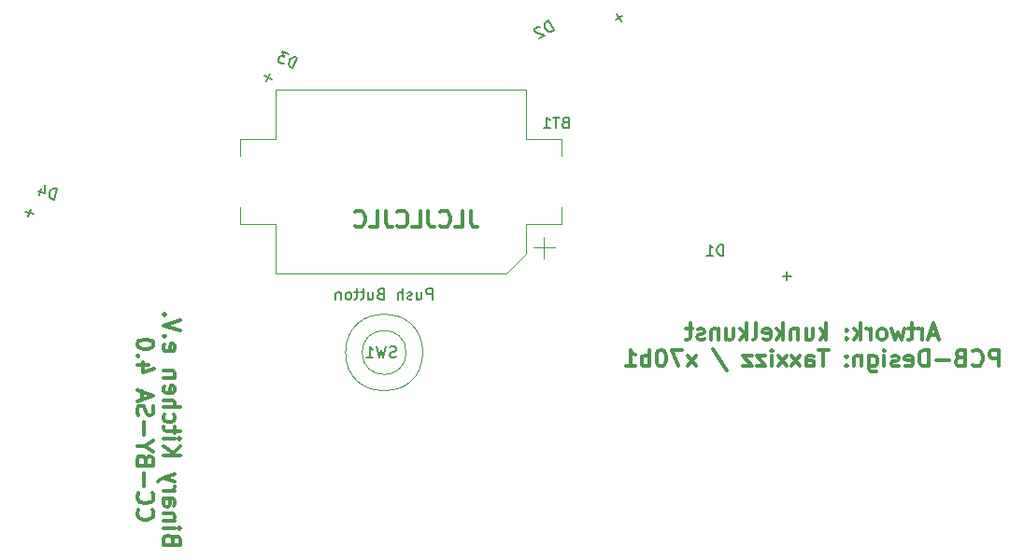
<source format=gbr>
%TF.GenerationSoftware,KiCad,Pcbnew,6.0.7-f9a2dced07~116~ubuntu20.04.1*%
%TF.CreationDate,2022-09-11T18:48:07+02:00*%
%TF.ProjectId,demoDino,64656d6f-4469-46e6-9f2e-6b696361645f,rev?*%
%TF.SameCoordinates,Original*%
%TF.FileFunction,Legend,Bot*%
%TF.FilePolarity,Positive*%
%FSLAX46Y46*%
G04 Gerber Fmt 4.6, Leading zero omitted, Abs format (unit mm)*
G04 Created by KiCad (PCBNEW 6.0.7-f9a2dced07~116~ubuntu20.04.1) date 2022-09-11 18:48:07*
%MOMM*%
%LPD*%
G01*
G04 APERTURE LIST*
%ADD10C,0.300000*%
%ADD11C,0.150000*%
%ADD12C,0.120000*%
G04 APERTURE END LIST*
D10*
X64314642Y-102464285D02*
X64243214Y-102250000D01*
X64171785Y-102178571D01*
X64028928Y-102107142D01*
X63814642Y-102107142D01*
X63671785Y-102178571D01*
X63600357Y-102250000D01*
X63528928Y-102392857D01*
X63528928Y-102964285D01*
X65028928Y-102964285D01*
X65028928Y-102464285D01*
X64957500Y-102321428D01*
X64886071Y-102250000D01*
X64743214Y-102178571D01*
X64600357Y-102178571D01*
X64457500Y-102250000D01*
X64386071Y-102321428D01*
X64314642Y-102464285D01*
X64314642Y-102964285D01*
X63528928Y-101464285D02*
X64528928Y-101464285D01*
X65028928Y-101464285D02*
X64957500Y-101535714D01*
X64886071Y-101464285D01*
X64957500Y-101392857D01*
X65028928Y-101464285D01*
X64886071Y-101464285D01*
X64528928Y-100750000D02*
X63528928Y-100750000D01*
X64386071Y-100750000D02*
X64457500Y-100678571D01*
X64528928Y-100535714D01*
X64528928Y-100321428D01*
X64457500Y-100178571D01*
X64314642Y-100107142D01*
X63528928Y-100107142D01*
X63528928Y-98750000D02*
X64314642Y-98750000D01*
X64457500Y-98821428D01*
X64528928Y-98964285D01*
X64528928Y-99250000D01*
X64457500Y-99392857D01*
X63600357Y-98750000D02*
X63528928Y-98892857D01*
X63528928Y-99250000D01*
X63600357Y-99392857D01*
X63743214Y-99464285D01*
X63886071Y-99464285D01*
X64028928Y-99392857D01*
X64100357Y-99250000D01*
X64100357Y-98892857D01*
X64171785Y-98750000D01*
X63528928Y-98035714D02*
X64528928Y-98035714D01*
X64243214Y-98035714D02*
X64386071Y-97964285D01*
X64457500Y-97892857D01*
X64528928Y-97750000D01*
X64528928Y-97607142D01*
X64528928Y-97250000D02*
X63528928Y-96892857D01*
X64528928Y-96535714D02*
X63528928Y-96892857D01*
X63171785Y-97035714D01*
X63100357Y-97107142D01*
X63028928Y-97250000D01*
X63528928Y-94821428D02*
X65028928Y-94821428D01*
X63528928Y-93964285D02*
X64386071Y-94607142D01*
X65028928Y-93964285D02*
X64171785Y-94821428D01*
X63528928Y-93321428D02*
X64528928Y-93321428D01*
X65028928Y-93321428D02*
X64957500Y-93392857D01*
X64886071Y-93321428D01*
X64957500Y-93250000D01*
X65028928Y-93321428D01*
X64886071Y-93321428D01*
X64528928Y-92821428D02*
X64528928Y-92250000D01*
X65028928Y-92607142D02*
X63743214Y-92607142D01*
X63600357Y-92535714D01*
X63528928Y-92392857D01*
X63528928Y-92250000D01*
X63600357Y-91107142D02*
X63528928Y-91250000D01*
X63528928Y-91535714D01*
X63600357Y-91678571D01*
X63671785Y-91750000D01*
X63814642Y-91821428D01*
X64243214Y-91821428D01*
X64386071Y-91750000D01*
X64457500Y-91678571D01*
X64528928Y-91535714D01*
X64528928Y-91250000D01*
X64457500Y-91107142D01*
X63528928Y-90464285D02*
X65028928Y-90464285D01*
X63528928Y-89821428D02*
X64314642Y-89821428D01*
X64457500Y-89892857D01*
X64528928Y-90035714D01*
X64528928Y-90250000D01*
X64457500Y-90392857D01*
X64386071Y-90464285D01*
X63600357Y-88535714D02*
X63528928Y-88678571D01*
X63528928Y-88964285D01*
X63600357Y-89107142D01*
X63743214Y-89178571D01*
X64314642Y-89178571D01*
X64457500Y-89107142D01*
X64528928Y-88964285D01*
X64528928Y-88678571D01*
X64457500Y-88535714D01*
X64314642Y-88464285D01*
X64171785Y-88464285D01*
X64028928Y-89178571D01*
X64528928Y-87821428D02*
X63528928Y-87821428D01*
X64386071Y-87821428D02*
X64457500Y-87750000D01*
X64528928Y-87607142D01*
X64528928Y-87392857D01*
X64457500Y-87250000D01*
X64314642Y-87178571D01*
X63528928Y-87178571D01*
X63600357Y-84750000D02*
X63528928Y-84892857D01*
X63528928Y-85178571D01*
X63600357Y-85321428D01*
X63743214Y-85392857D01*
X64314642Y-85392857D01*
X64457500Y-85321428D01*
X64528928Y-85178571D01*
X64528928Y-84892857D01*
X64457500Y-84750000D01*
X64314642Y-84678571D01*
X64171785Y-84678571D01*
X64028928Y-85392857D01*
X63671785Y-84035714D02*
X63600357Y-83964285D01*
X63528928Y-84035714D01*
X63600357Y-84107142D01*
X63671785Y-84035714D01*
X63528928Y-84035714D01*
X65028928Y-83535714D02*
X63528928Y-83035714D01*
X65028928Y-82535714D01*
X63671785Y-82035714D02*
X63600357Y-81964285D01*
X63528928Y-82035714D01*
X63600357Y-82107142D01*
X63671785Y-82035714D01*
X63528928Y-82035714D01*
X61256785Y-99750000D02*
X61185357Y-99821428D01*
X61113928Y-100035714D01*
X61113928Y-100178571D01*
X61185357Y-100392857D01*
X61328214Y-100535714D01*
X61471071Y-100607142D01*
X61756785Y-100678571D01*
X61971071Y-100678571D01*
X62256785Y-100607142D01*
X62399642Y-100535714D01*
X62542500Y-100392857D01*
X62613928Y-100178571D01*
X62613928Y-100035714D01*
X62542500Y-99821428D01*
X62471071Y-99750000D01*
X61256785Y-98250000D02*
X61185357Y-98321428D01*
X61113928Y-98535714D01*
X61113928Y-98678571D01*
X61185357Y-98892857D01*
X61328214Y-99035714D01*
X61471071Y-99107142D01*
X61756785Y-99178571D01*
X61971071Y-99178571D01*
X62256785Y-99107142D01*
X62399642Y-99035714D01*
X62542500Y-98892857D01*
X62613928Y-98678571D01*
X62613928Y-98535714D01*
X62542500Y-98321428D01*
X62471071Y-98250000D01*
X61685357Y-97607142D02*
X61685357Y-96464285D01*
X61899642Y-95250000D02*
X61828214Y-95035714D01*
X61756785Y-94964285D01*
X61613928Y-94892857D01*
X61399642Y-94892857D01*
X61256785Y-94964285D01*
X61185357Y-95035714D01*
X61113928Y-95178571D01*
X61113928Y-95750000D01*
X62613928Y-95750000D01*
X62613928Y-95250000D01*
X62542500Y-95107142D01*
X62471071Y-95035714D01*
X62328214Y-94964285D01*
X62185357Y-94964285D01*
X62042500Y-95035714D01*
X61971071Y-95107142D01*
X61899642Y-95250000D01*
X61899642Y-95750000D01*
X61828214Y-93964285D02*
X61113928Y-93964285D01*
X62613928Y-94464285D02*
X61828214Y-93964285D01*
X62613928Y-93464285D01*
X61685357Y-92964285D02*
X61685357Y-91821428D01*
X61185357Y-91178571D02*
X61113928Y-90964285D01*
X61113928Y-90607142D01*
X61185357Y-90464285D01*
X61256785Y-90392857D01*
X61399642Y-90321428D01*
X61542500Y-90321428D01*
X61685357Y-90392857D01*
X61756785Y-90464285D01*
X61828214Y-90607142D01*
X61899642Y-90892857D01*
X61971071Y-91035714D01*
X62042500Y-91107142D01*
X62185357Y-91178571D01*
X62328214Y-91178571D01*
X62471071Y-91107142D01*
X62542500Y-91035714D01*
X62613928Y-90892857D01*
X62613928Y-90535714D01*
X62542500Y-90321428D01*
X61542500Y-89750000D02*
X61542500Y-89035714D01*
X61113928Y-89892857D02*
X62613928Y-89392857D01*
X61113928Y-88892857D01*
X62113928Y-86607142D02*
X61113928Y-86607142D01*
X62685357Y-86964285D02*
X61613928Y-87321428D01*
X61613928Y-86392857D01*
X61256785Y-85821428D02*
X61185357Y-85750000D01*
X61113928Y-85821428D01*
X61185357Y-85892857D01*
X61256785Y-85821428D01*
X61113928Y-85821428D01*
X62613928Y-84821428D02*
X62613928Y-84678571D01*
X62542500Y-84535714D01*
X62471071Y-84464285D01*
X62328214Y-84392857D01*
X62042500Y-84321428D01*
X61685357Y-84321428D01*
X61399642Y-84392857D01*
X61256785Y-84464285D01*
X61185357Y-84535714D01*
X61113928Y-84678571D01*
X61113928Y-84821428D01*
X61185357Y-84964285D01*
X61256785Y-85035714D01*
X61399642Y-85107142D01*
X61685357Y-85178571D01*
X62042500Y-85178571D01*
X62328214Y-85107142D01*
X62471071Y-85035714D01*
X62542500Y-84964285D01*
X62613928Y-84821428D01*
X133641428Y-83912500D02*
X132927142Y-83912500D01*
X133784285Y-84341071D02*
X133284285Y-82841071D01*
X132784285Y-84341071D01*
X132284285Y-84341071D02*
X132284285Y-83341071D01*
X132284285Y-83626785D02*
X132212857Y-83483928D01*
X132141428Y-83412500D01*
X131998571Y-83341071D01*
X131855714Y-83341071D01*
X131570000Y-83341071D02*
X130998571Y-83341071D01*
X131355714Y-82841071D02*
X131355714Y-84126785D01*
X131284285Y-84269642D01*
X131141428Y-84341071D01*
X130998571Y-84341071D01*
X130641428Y-83341071D02*
X130355714Y-84341071D01*
X130069999Y-83626785D01*
X129784285Y-84341071D01*
X129498571Y-83341071D01*
X128712857Y-84341071D02*
X128855714Y-84269642D01*
X128927142Y-84198214D01*
X128998571Y-84055357D01*
X128998571Y-83626785D01*
X128927142Y-83483928D01*
X128855714Y-83412500D01*
X128712857Y-83341071D01*
X128498571Y-83341071D01*
X128355714Y-83412500D01*
X128284285Y-83483928D01*
X128212857Y-83626785D01*
X128212857Y-84055357D01*
X128284285Y-84198214D01*
X128355714Y-84269642D01*
X128498571Y-84341071D01*
X128712857Y-84341071D01*
X127569999Y-84341071D02*
X127569999Y-83341071D01*
X127569999Y-83626785D02*
X127498571Y-83483928D01*
X127427142Y-83412500D01*
X127284285Y-83341071D01*
X127141428Y-83341071D01*
X126641428Y-84341071D02*
X126641428Y-82841071D01*
X126498571Y-83769642D02*
X126069999Y-84341071D01*
X126069999Y-83341071D02*
X126641428Y-83912500D01*
X125427142Y-84198214D02*
X125355714Y-84269642D01*
X125427142Y-84341071D01*
X125498571Y-84269642D01*
X125427142Y-84198214D01*
X125427142Y-84341071D01*
X125427142Y-83412500D02*
X125355714Y-83483928D01*
X125427142Y-83555357D01*
X125498571Y-83483928D01*
X125427142Y-83412500D01*
X125427142Y-83555357D01*
X123569999Y-84341071D02*
X123569999Y-82841071D01*
X123427142Y-83769642D02*
X122998571Y-84341071D01*
X122998571Y-83341071D02*
X123569999Y-83912500D01*
X121712857Y-83341071D02*
X121712857Y-84341071D01*
X122355714Y-83341071D02*
X122355714Y-84126785D01*
X122284285Y-84269642D01*
X122141428Y-84341071D01*
X121927142Y-84341071D01*
X121784285Y-84269642D01*
X121712857Y-84198214D01*
X120998571Y-83341071D02*
X120998571Y-84341071D01*
X120998571Y-83483928D02*
X120927142Y-83412500D01*
X120784285Y-83341071D01*
X120569999Y-83341071D01*
X120427142Y-83412500D01*
X120355714Y-83555357D01*
X120355714Y-84341071D01*
X119641428Y-84341071D02*
X119641428Y-82841071D01*
X119498571Y-83769642D02*
X119069999Y-84341071D01*
X119069999Y-83341071D02*
X119641428Y-83912500D01*
X117855714Y-84269642D02*
X117998571Y-84341071D01*
X118284285Y-84341071D01*
X118427142Y-84269642D01*
X118498571Y-84126785D01*
X118498571Y-83555357D01*
X118427142Y-83412500D01*
X118284285Y-83341071D01*
X117998571Y-83341071D01*
X117855714Y-83412500D01*
X117784285Y-83555357D01*
X117784285Y-83698214D01*
X118498571Y-83841071D01*
X116927142Y-84341071D02*
X117069999Y-84269642D01*
X117141428Y-84126785D01*
X117141428Y-82841071D01*
X116355714Y-84341071D02*
X116355714Y-82841071D01*
X116212857Y-83769642D02*
X115784285Y-84341071D01*
X115784285Y-83341071D02*
X116355714Y-83912500D01*
X114498571Y-83341071D02*
X114498571Y-84341071D01*
X115141428Y-83341071D02*
X115141428Y-84126785D01*
X115069999Y-84269642D01*
X114927142Y-84341071D01*
X114712857Y-84341071D01*
X114569999Y-84269642D01*
X114498571Y-84198214D01*
X113784285Y-83341071D02*
X113784285Y-84341071D01*
X113784285Y-83483928D02*
X113712857Y-83412500D01*
X113569999Y-83341071D01*
X113355714Y-83341071D01*
X113212857Y-83412500D01*
X113141428Y-83555357D01*
X113141428Y-84341071D01*
X112498571Y-84269642D02*
X112355714Y-84341071D01*
X112069999Y-84341071D01*
X111927142Y-84269642D01*
X111855714Y-84126785D01*
X111855714Y-84055357D01*
X111927142Y-83912500D01*
X112069999Y-83841071D01*
X112284285Y-83841071D01*
X112427142Y-83769642D01*
X112498571Y-83626785D01*
X112498571Y-83555357D01*
X112427142Y-83412500D01*
X112284285Y-83341071D01*
X112069999Y-83341071D01*
X111927142Y-83412500D01*
X111427142Y-83341071D02*
X110855714Y-83341071D01*
X111212857Y-82841071D02*
X111212857Y-84126785D01*
X111141428Y-84269642D01*
X110998571Y-84341071D01*
X110855714Y-84341071D01*
X139177142Y-86756071D02*
X139177142Y-85256071D01*
X138605714Y-85256071D01*
X138462857Y-85327500D01*
X138391428Y-85398928D01*
X138320000Y-85541785D01*
X138320000Y-85756071D01*
X138391428Y-85898928D01*
X138462857Y-85970357D01*
X138605714Y-86041785D01*
X139177142Y-86041785D01*
X136820000Y-86613214D02*
X136891428Y-86684642D01*
X137105714Y-86756071D01*
X137248571Y-86756071D01*
X137462857Y-86684642D01*
X137605714Y-86541785D01*
X137677142Y-86398928D01*
X137748571Y-86113214D01*
X137748571Y-85898928D01*
X137677142Y-85613214D01*
X137605714Y-85470357D01*
X137462857Y-85327500D01*
X137248571Y-85256071D01*
X137105714Y-85256071D01*
X136891428Y-85327500D01*
X136820000Y-85398928D01*
X135677142Y-85970357D02*
X135462857Y-86041785D01*
X135391428Y-86113214D01*
X135320000Y-86256071D01*
X135320000Y-86470357D01*
X135391428Y-86613214D01*
X135462857Y-86684642D01*
X135605714Y-86756071D01*
X136177142Y-86756071D01*
X136177142Y-85256071D01*
X135677142Y-85256071D01*
X135534285Y-85327500D01*
X135462857Y-85398928D01*
X135391428Y-85541785D01*
X135391428Y-85684642D01*
X135462857Y-85827500D01*
X135534285Y-85898928D01*
X135677142Y-85970357D01*
X136177142Y-85970357D01*
X134677142Y-86184642D02*
X133534285Y-86184642D01*
X132820000Y-86756071D02*
X132820000Y-85256071D01*
X132462857Y-85256071D01*
X132248571Y-85327500D01*
X132105714Y-85470357D01*
X132034285Y-85613214D01*
X131962857Y-85898928D01*
X131962857Y-86113214D01*
X132034285Y-86398928D01*
X132105714Y-86541785D01*
X132248571Y-86684642D01*
X132462857Y-86756071D01*
X132820000Y-86756071D01*
X130748571Y-86684642D02*
X130891428Y-86756071D01*
X131177142Y-86756071D01*
X131320000Y-86684642D01*
X131391428Y-86541785D01*
X131391428Y-85970357D01*
X131320000Y-85827500D01*
X131177142Y-85756071D01*
X130891428Y-85756071D01*
X130748571Y-85827500D01*
X130677142Y-85970357D01*
X130677142Y-86113214D01*
X131391428Y-86256071D01*
X130105714Y-86684642D02*
X129962857Y-86756071D01*
X129677142Y-86756071D01*
X129534285Y-86684642D01*
X129462857Y-86541785D01*
X129462857Y-86470357D01*
X129534285Y-86327500D01*
X129677142Y-86256071D01*
X129891428Y-86256071D01*
X130034285Y-86184642D01*
X130105714Y-86041785D01*
X130105714Y-85970357D01*
X130034285Y-85827500D01*
X129891428Y-85756071D01*
X129677142Y-85756071D01*
X129534285Y-85827500D01*
X128820000Y-86756071D02*
X128820000Y-85756071D01*
X128820000Y-85256071D02*
X128891428Y-85327500D01*
X128820000Y-85398928D01*
X128748571Y-85327500D01*
X128820000Y-85256071D01*
X128820000Y-85398928D01*
X127462857Y-85756071D02*
X127462857Y-86970357D01*
X127534285Y-87113214D01*
X127605714Y-87184642D01*
X127748571Y-87256071D01*
X127962857Y-87256071D01*
X128105714Y-87184642D01*
X127462857Y-86684642D02*
X127605714Y-86756071D01*
X127891428Y-86756071D01*
X128034285Y-86684642D01*
X128105714Y-86613214D01*
X128177142Y-86470357D01*
X128177142Y-86041785D01*
X128105714Y-85898928D01*
X128034285Y-85827500D01*
X127891428Y-85756071D01*
X127605714Y-85756071D01*
X127462857Y-85827500D01*
X126748571Y-85756071D02*
X126748571Y-86756071D01*
X126748571Y-85898928D02*
X126677142Y-85827500D01*
X126534285Y-85756071D01*
X126320000Y-85756071D01*
X126177142Y-85827500D01*
X126105714Y-85970357D01*
X126105714Y-86756071D01*
X125391428Y-86613214D02*
X125320000Y-86684642D01*
X125391428Y-86756071D01*
X125462857Y-86684642D01*
X125391428Y-86613214D01*
X125391428Y-86756071D01*
X125391428Y-85827500D02*
X125320000Y-85898928D01*
X125391428Y-85970357D01*
X125462857Y-85898928D01*
X125391428Y-85827500D01*
X125391428Y-85970357D01*
X123748571Y-85256071D02*
X122891428Y-85256071D01*
X123320000Y-86756071D02*
X123320000Y-85256071D01*
X121748571Y-86756071D02*
X121748571Y-85970357D01*
X121820000Y-85827500D01*
X121962857Y-85756071D01*
X122248571Y-85756071D01*
X122391428Y-85827500D01*
X121748571Y-86684642D02*
X121891428Y-86756071D01*
X122248571Y-86756071D01*
X122391428Y-86684642D01*
X122462857Y-86541785D01*
X122462857Y-86398928D01*
X122391428Y-86256071D01*
X122248571Y-86184642D01*
X121891428Y-86184642D01*
X121748571Y-86113214D01*
X121177142Y-86756071D02*
X120391428Y-85756071D01*
X121177142Y-85756071D02*
X120391428Y-86756071D01*
X119962857Y-86756071D02*
X119177142Y-85756071D01*
X119962857Y-85756071D02*
X119177142Y-86756071D01*
X118605714Y-86756071D02*
X118605714Y-85756071D01*
X118605714Y-85256071D02*
X118677142Y-85327500D01*
X118605714Y-85398928D01*
X118534285Y-85327500D01*
X118605714Y-85256071D01*
X118605714Y-85398928D01*
X118034285Y-85756071D02*
X117248571Y-85756071D01*
X118034285Y-86756071D01*
X117248571Y-86756071D01*
X116820000Y-85756071D02*
X116034285Y-85756071D01*
X116820000Y-86756071D01*
X116034285Y-86756071D01*
X113248571Y-85184642D02*
X114534285Y-87113214D01*
X111748571Y-86756071D02*
X110962857Y-85756071D01*
X111748571Y-85756071D02*
X110962857Y-86756071D01*
X110534285Y-85256071D02*
X109534285Y-85256071D01*
X110177142Y-86756071D01*
X108677142Y-85256071D02*
X108534285Y-85256071D01*
X108391428Y-85327500D01*
X108320000Y-85398928D01*
X108248571Y-85541785D01*
X108177142Y-85827500D01*
X108177142Y-86184642D01*
X108248571Y-86470357D01*
X108320000Y-86613214D01*
X108391428Y-86684642D01*
X108534285Y-86756071D01*
X108677142Y-86756071D01*
X108820000Y-86684642D01*
X108891428Y-86613214D01*
X108962857Y-86470357D01*
X109034285Y-86184642D01*
X109034285Y-85827500D01*
X108962857Y-85541785D01*
X108891428Y-85398928D01*
X108820000Y-85327500D01*
X108677142Y-85256071D01*
X107534285Y-86756071D02*
X107534285Y-85256071D01*
X107534285Y-85827500D02*
X107391428Y-85756071D01*
X107105714Y-85756071D01*
X106962857Y-85827500D01*
X106891428Y-85898928D01*
X106820000Y-86041785D01*
X106820000Y-86470357D01*
X106891428Y-86613214D01*
X106962857Y-86684642D01*
X107105714Y-86756071D01*
X107391428Y-86756071D01*
X107534285Y-86684642D01*
X105391428Y-86756071D02*
X106248571Y-86756071D01*
X105820000Y-86756071D02*
X105820000Y-85256071D01*
X105962857Y-85470357D01*
X106105714Y-85613214D01*
X106248571Y-85684642D01*
X91350000Y-72628571D02*
X91350000Y-73700000D01*
X91421428Y-73914285D01*
X91564285Y-74057142D01*
X91778571Y-74128571D01*
X91921428Y-74128571D01*
X89921428Y-74128571D02*
X90635714Y-74128571D01*
X90635714Y-72628571D01*
X88564285Y-73985714D02*
X88635714Y-74057142D01*
X88850000Y-74128571D01*
X88992857Y-74128571D01*
X89207142Y-74057142D01*
X89350000Y-73914285D01*
X89421428Y-73771428D01*
X89492857Y-73485714D01*
X89492857Y-73271428D01*
X89421428Y-72985714D01*
X89350000Y-72842857D01*
X89207142Y-72700000D01*
X88992857Y-72628571D01*
X88850000Y-72628571D01*
X88635714Y-72700000D01*
X88564285Y-72771428D01*
X87492857Y-72628571D02*
X87492857Y-73700000D01*
X87564285Y-73914285D01*
X87707142Y-74057142D01*
X87921428Y-74128571D01*
X88064285Y-74128571D01*
X86064285Y-74128571D02*
X86778571Y-74128571D01*
X86778571Y-72628571D01*
X84707142Y-73985714D02*
X84778571Y-74057142D01*
X84992857Y-74128571D01*
X85135714Y-74128571D01*
X85350000Y-74057142D01*
X85492857Y-73914285D01*
X85564285Y-73771428D01*
X85635714Y-73485714D01*
X85635714Y-73271428D01*
X85564285Y-72985714D01*
X85492857Y-72842857D01*
X85350000Y-72700000D01*
X85135714Y-72628571D01*
X84992857Y-72628571D01*
X84778571Y-72700000D01*
X84707142Y-72771428D01*
X83635714Y-72628571D02*
X83635714Y-73700000D01*
X83707142Y-73914285D01*
X83850000Y-74057142D01*
X84064285Y-74128571D01*
X84207142Y-74128571D01*
X82207142Y-74128571D02*
X82921428Y-74128571D01*
X82921428Y-72628571D01*
X80850000Y-73985714D02*
X80921428Y-74057142D01*
X81135714Y-74128571D01*
X81278571Y-74128571D01*
X81492857Y-74057142D01*
X81635714Y-73914285D01*
X81707142Y-73771428D01*
X81778571Y-73485714D01*
X81778571Y-73271428D01*
X81707142Y-72985714D01*
X81635714Y-72842857D01*
X81492857Y-72700000D01*
X81278571Y-72628571D01*
X81135714Y-72628571D01*
X80921428Y-72700000D01*
X80850000Y-72771428D01*
D11*
%TO.C,D4*%
X53595860Y-71627999D02*
X53854679Y-70662073D01*
X53624697Y-70600450D01*
X53474383Y-70609472D01*
X53357740Y-70676815D01*
X53287094Y-70756484D01*
X53191799Y-70928145D01*
X53154825Y-71066134D01*
X53151522Y-71262445D01*
X53172869Y-71366762D01*
X53240213Y-71483405D01*
X53365878Y-71566375D01*
X53595860Y-71627999D01*
X52388512Y-70614307D02*
X52215966Y-71258258D01*
X52717092Y-70307959D02*
X52762204Y-71059529D01*
X52164250Y-70899308D01*
X50972788Y-72737439D02*
X51708731Y-72934635D01*
X51439357Y-72468065D02*
X51242162Y-73204009D01*
%TO.C,BT1*%
X99910714Y-64628571D02*
X99767857Y-64676190D01*
X99720238Y-64723809D01*
X99672619Y-64819047D01*
X99672619Y-64961904D01*
X99720238Y-65057142D01*
X99767857Y-65104761D01*
X99863095Y-65152380D01*
X100244047Y-65152380D01*
X100244047Y-64152380D01*
X99910714Y-64152380D01*
X99815476Y-64200000D01*
X99767857Y-64247619D01*
X99720238Y-64342857D01*
X99720238Y-64438095D01*
X99767857Y-64533333D01*
X99815476Y-64580952D01*
X99910714Y-64628571D01*
X100244047Y-64628571D01*
X99386904Y-64152380D02*
X98815476Y-64152380D01*
X99101190Y-65152380D02*
X99101190Y-64152380D01*
X97958333Y-65152380D02*
X98529761Y-65152380D01*
X98244047Y-65152380D02*
X98244047Y-64152380D01*
X98339285Y-64295238D01*
X98434523Y-64390476D01*
X98529761Y-64438095D01*
%TO.C,SW1*%
X84583333Y-85904761D02*
X84440476Y-85952380D01*
X84202380Y-85952380D01*
X84107142Y-85904761D01*
X84059523Y-85857142D01*
X84011904Y-85761904D01*
X84011904Y-85666666D01*
X84059523Y-85571428D01*
X84107142Y-85523809D01*
X84202380Y-85476190D01*
X84392857Y-85428571D01*
X84488095Y-85380952D01*
X84535714Y-85333333D01*
X84583333Y-85238095D01*
X84583333Y-85142857D01*
X84535714Y-85047619D01*
X84488095Y-85000000D01*
X84392857Y-84952380D01*
X84154761Y-84952380D01*
X84011904Y-85000000D01*
X83678571Y-84952380D02*
X83440476Y-85952380D01*
X83250000Y-85238095D01*
X83059523Y-85952380D01*
X82821428Y-84952380D01*
X81916666Y-85952380D02*
X82488095Y-85952380D01*
X82202380Y-85952380D02*
X82202380Y-84952380D01*
X82297619Y-85095238D01*
X82392857Y-85190476D01*
X82488095Y-85238095D01*
X87880952Y-80702380D02*
X87880952Y-79702380D01*
X87500000Y-79702380D01*
X87404761Y-79750000D01*
X87357142Y-79797619D01*
X87309523Y-79892857D01*
X87309523Y-80035714D01*
X87357142Y-80130952D01*
X87404761Y-80178571D01*
X87500000Y-80226190D01*
X87880952Y-80226190D01*
X86452380Y-80035714D02*
X86452380Y-80702380D01*
X86880952Y-80035714D02*
X86880952Y-80559523D01*
X86833333Y-80654761D01*
X86738095Y-80702380D01*
X86595238Y-80702380D01*
X86500000Y-80654761D01*
X86452380Y-80607142D01*
X86023809Y-80654761D02*
X85928571Y-80702380D01*
X85738095Y-80702380D01*
X85642857Y-80654761D01*
X85595238Y-80559523D01*
X85595238Y-80511904D01*
X85642857Y-80416666D01*
X85738095Y-80369047D01*
X85880952Y-80369047D01*
X85976190Y-80321428D01*
X86023809Y-80226190D01*
X86023809Y-80178571D01*
X85976190Y-80083333D01*
X85880952Y-80035714D01*
X85738095Y-80035714D01*
X85642857Y-80083333D01*
X85166666Y-80702380D02*
X85166666Y-79702380D01*
X84738095Y-80702380D02*
X84738095Y-80178571D01*
X84785714Y-80083333D01*
X84880952Y-80035714D01*
X85023809Y-80035714D01*
X85119047Y-80083333D01*
X85166666Y-80130952D01*
X83166666Y-80178571D02*
X83023809Y-80226190D01*
X82976190Y-80273809D01*
X82928571Y-80369047D01*
X82928571Y-80511904D01*
X82976190Y-80607142D01*
X83023809Y-80654761D01*
X83119047Y-80702380D01*
X83500000Y-80702380D01*
X83500000Y-79702380D01*
X83166666Y-79702380D01*
X83071428Y-79750000D01*
X83023809Y-79797619D01*
X82976190Y-79892857D01*
X82976190Y-79988095D01*
X83023809Y-80083333D01*
X83071428Y-80130952D01*
X83166666Y-80178571D01*
X83500000Y-80178571D01*
X82071428Y-80035714D02*
X82071428Y-80702380D01*
X82500000Y-80035714D02*
X82500000Y-80559523D01*
X82452380Y-80654761D01*
X82357142Y-80702380D01*
X82214285Y-80702380D01*
X82119047Y-80654761D01*
X82071428Y-80607142D01*
X81738095Y-80035714D02*
X81357142Y-80035714D01*
X81595238Y-79702380D02*
X81595238Y-80559523D01*
X81547619Y-80654761D01*
X81452380Y-80702380D01*
X81357142Y-80702380D01*
X81166666Y-80035714D02*
X80785714Y-80035714D01*
X81023809Y-79702380D02*
X81023809Y-80559523D01*
X80976190Y-80654761D01*
X80880952Y-80702380D01*
X80785714Y-80702380D01*
X80309523Y-80702380D02*
X80404761Y-80654761D01*
X80452380Y-80607142D01*
X80500000Y-80511904D01*
X80500000Y-80226190D01*
X80452380Y-80130952D01*
X80404761Y-80083333D01*
X80309523Y-80035714D01*
X80166666Y-80035714D01*
X80071428Y-80083333D01*
X80023809Y-80130952D01*
X79976190Y-80226190D01*
X79976190Y-80511904D01*
X80023809Y-80607142D01*
X80071428Y-80654761D01*
X80166666Y-80702380D01*
X80309523Y-80702380D01*
X79547619Y-80035714D02*
X79547619Y-80702380D01*
X79547619Y-80130952D02*
X79500000Y-80083333D01*
X79404761Y-80035714D01*
X79261904Y-80035714D01*
X79166666Y-80083333D01*
X79119047Y-80178571D01*
X79119047Y-80702380D01*
%TO.C,D2*%
X98865398Y-56272725D02*
X98365398Y-55406700D01*
X98159202Y-55525747D01*
X98059293Y-55638415D01*
X98024434Y-55768513D01*
X98030813Y-55874801D01*
X98084812Y-56063568D01*
X98156241Y-56187286D01*
X98292718Y-56328434D01*
X98381577Y-56387103D01*
X98511674Y-56421962D01*
X98659202Y-56391773D01*
X98865398Y-56272725D01*
X97588231Y-55965369D02*
X97523182Y-55947939D01*
X97416894Y-55954319D01*
X97210698Y-56073367D01*
X97152029Y-56162225D01*
X97134599Y-56227274D01*
X97140979Y-56333562D01*
X97188598Y-56416040D01*
X97301265Y-56515949D01*
X98081851Y-56725106D01*
X97545740Y-57034630D01*
X105104877Y-54922363D02*
X104445048Y-55303316D01*
X104965439Y-55442754D02*
X104584487Y-54782925D01*
%TO.C,D1*%
X114238095Y-76702380D02*
X114238095Y-75702380D01*
X114000000Y-75702380D01*
X113857142Y-75750000D01*
X113761904Y-75845238D01*
X113714285Y-75940476D01*
X113666666Y-76130952D01*
X113666666Y-76273809D01*
X113714285Y-76464285D01*
X113761904Y-76559523D01*
X113857142Y-76654761D01*
X114000000Y-76702380D01*
X114238095Y-76702380D01*
X112714285Y-76702380D02*
X113285714Y-76702380D01*
X113000000Y-76702380D02*
X113000000Y-75702380D01*
X113095238Y-75845238D01*
X113190476Y-75940476D01*
X113285714Y-75988095D01*
X120380952Y-78571428D02*
X119619047Y-78571428D01*
X120000000Y-78952380D02*
X120000000Y-78190476D01*
%TO.C,D3*%
X75227757Y-59721927D02*
X75650375Y-58815620D01*
X75434587Y-58714996D01*
X75284990Y-58697780D01*
X75158426Y-58743845D01*
X75075019Y-58810036D01*
X74951362Y-58962541D01*
X74890988Y-59092014D01*
X74853647Y-59284768D01*
X74856555Y-59391208D01*
X74902621Y-59517772D01*
X75011969Y-59621304D01*
X75227757Y-59721927D01*
X74830382Y-58433251D02*
X74269334Y-58171630D01*
X74410439Y-58657763D01*
X74280967Y-58597389D01*
X74174527Y-58600297D01*
X74111245Y-58623330D01*
X74027838Y-58689520D01*
X73927215Y-58905308D01*
X73930123Y-59011747D01*
X73953156Y-59075030D01*
X74019346Y-59158436D01*
X74278291Y-59279184D01*
X74384731Y-59276276D01*
X74448013Y-59253243D01*
X72652481Y-60367866D02*
X73343002Y-60689861D01*
X73158739Y-60183603D02*
X72836744Y-60874123D01*
D12*
%TO.C,BT1*%
X73650000Y-73850000D02*
X70450000Y-73850000D01*
X70450000Y-66150000D02*
X70450000Y-67700000D01*
X98000000Y-75000000D02*
X98000000Y-77000000D01*
X96350000Y-66150000D02*
X99550000Y-66150000D01*
X73650000Y-78350000D02*
X73650000Y-73850000D01*
X73650000Y-78350000D02*
X94550000Y-78350000D01*
X96350000Y-73850000D02*
X99550000Y-73850000D01*
X70450000Y-73850000D02*
X70450000Y-72300000D01*
X94550000Y-78350000D02*
X96350000Y-76550000D01*
X99550000Y-66150000D02*
X99550000Y-67700000D01*
X73650000Y-66150000D02*
X70450000Y-66150000D01*
X73650000Y-61650000D02*
X73650000Y-66150000D01*
X99550000Y-73850000D02*
X99550000Y-72300000D01*
X97000000Y-76000000D02*
X99000000Y-76000000D01*
X96350000Y-76550000D02*
X96350000Y-73850000D01*
X96350000Y-61650000D02*
X73650000Y-61650000D01*
X96350000Y-61650000D02*
X96350000Y-66150000D01*
%TO.C,SW1*%
X87000000Y-85500000D02*
G75*
G03*
X87000000Y-85500000I-3500000J0D01*
G01*
X85500000Y-85500000D02*
G75*
G03*
X85500000Y-85500000I-2000000J0D01*
G01*
%TD*%
M02*

</source>
